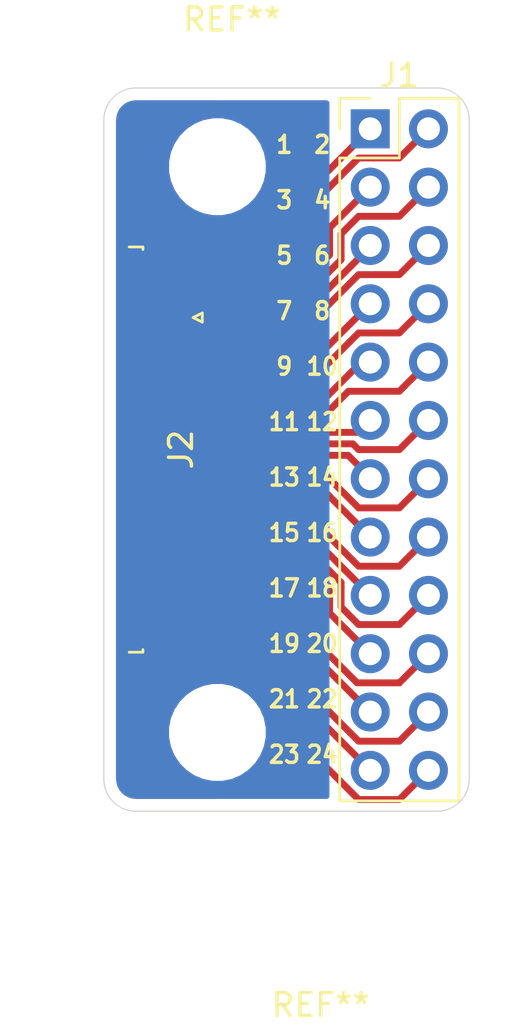
<source format=kicad_pcb>
(kicad_pcb (version 20171130) (host pcbnew "(5.1.6)-1")

  (general
    (thickness 1.6)
    (drawings 12)
    (tracks 99)
    (zones 0)
    (modules 4)
    (nets 26)
  )

  (page A4)
  (layers
    (0 F.Cu signal)
    (31 B.Cu signal)
    (32 B.Adhes user)
    (33 F.Adhes user)
    (34 B.Paste user)
    (35 F.Paste user)
    (36 B.SilkS user)
    (37 F.SilkS user)
    (38 B.Mask user)
    (39 F.Mask user)
    (40 Dwgs.User user)
    (41 Cmts.User user)
    (42 Eco1.User user)
    (43 Eco2.User user)
    (44 Edge.Cuts user)
    (45 Margin user)
    (46 B.CrtYd user)
    (47 F.CrtYd user)
    (48 B.Fab user)
    (49 F.Fab user)
  )

  (setup
    (last_trace_width 0.3)
    (user_trace_width 0.3)
    (trace_clearance 0.2)
    (zone_clearance 0.508)
    (zone_45_only no)
    (trace_min 0.2)
    (via_size 0.8)
    (via_drill 0.4)
    (via_min_size 0.4)
    (via_min_drill 0.3)
    (uvia_size 0.3)
    (uvia_drill 0.1)
    (uvias_allowed no)
    (uvia_min_size 0.2)
    (uvia_min_drill 0.1)
    (edge_width 0.05)
    (segment_width 0.2)
    (pcb_text_width 0.3)
    (pcb_text_size 1.5 1.5)
    (mod_edge_width 0.12)
    (mod_text_size 1 1)
    (mod_text_width 0.15)
    (pad_size 1.524 1.524)
    (pad_drill 0.762)
    (pad_to_mask_clearance 0.05)
    (aux_axis_origin 0 0)
    (visible_elements FFFFFF7F)
    (pcbplotparams
      (layerselection 0x010fc_ffffffff)
      (usegerberextensions false)
      (usegerberattributes true)
      (usegerberadvancedattributes true)
      (creategerberjobfile true)
      (excludeedgelayer true)
      (linewidth 0.100000)
      (plotframeref false)
      (viasonmask false)
      (mode 1)
      (useauxorigin false)
      (hpglpennumber 1)
      (hpglpenspeed 20)
      (hpglpendiameter 15.000000)
      (psnegative false)
      (psa4output false)
      (plotreference true)
      (plotvalue true)
      (plotinvisibletext false)
      (padsonsilk false)
      (subtractmaskfromsilk false)
      (outputformat 1)
      (mirror false)
      (drillshape 1)
      (scaleselection 1)
      (outputdirectory ""))
  )

  (net 0 "")
  (net 1 "Net-(J1-Pad24)")
  (net 2 "Net-(J1-Pad23)")
  (net 3 "Net-(J1-Pad22)")
  (net 4 "Net-(J1-Pad21)")
  (net 5 "Net-(J1-Pad20)")
  (net 6 "Net-(J1-Pad19)")
  (net 7 "Net-(J1-Pad18)")
  (net 8 "Net-(J1-Pad17)")
  (net 9 "Net-(J1-Pad16)")
  (net 10 "Net-(J1-Pad15)")
  (net 11 "Net-(J1-Pad14)")
  (net 12 "Net-(J1-Pad13)")
  (net 13 "Net-(J1-Pad12)")
  (net 14 "Net-(J1-Pad11)")
  (net 15 "Net-(J1-Pad10)")
  (net 16 "Net-(J1-Pad9)")
  (net 17 "Net-(J1-Pad8)")
  (net 18 "Net-(J1-Pad7)")
  (net 19 "Net-(J1-Pad6)")
  (net 20 "Net-(J1-Pad5)")
  (net 21 "Net-(J1-Pad4)")
  (net 22 "Net-(J1-Pad3)")
  (net 23 "Net-(J1-Pad2)")
  (net 24 "Net-(J1-Pad1)")
  (net 25 GND)

  (net_class Default "This is the default net class."
    (clearance 0.2)
    (trace_width 0.25)
    (via_dia 0.8)
    (via_drill 0.4)
    (uvia_dia 0.3)
    (uvia_drill 0.1)
    (add_net GND)
    (add_net "Net-(J1-Pad1)")
    (add_net "Net-(J1-Pad10)")
    (add_net "Net-(J1-Pad11)")
    (add_net "Net-(J1-Pad12)")
    (add_net "Net-(J1-Pad13)")
    (add_net "Net-(J1-Pad14)")
    (add_net "Net-(J1-Pad15)")
    (add_net "Net-(J1-Pad16)")
    (add_net "Net-(J1-Pad17)")
    (add_net "Net-(J1-Pad18)")
    (add_net "Net-(J1-Pad19)")
    (add_net "Net-(J1-Pad2)")
    (add_net "Net-(J1-Pad20)")
    (add_net "Net-(J1-Pad21)")
    (add_net "Net-(J1-Pad22)")
    (add_net "Net-(J1-Pad23)")
    (add_net "Net-(J1-Pad24)")
    (add_net "Net-(J1-Pad3)")
    (add_net "Net-(J1-Pad4)")
    (add_net "Net-(J1-Pad5)")
    (add_net "Net-(J1-Pad6)")
    (add_net "Net-(J1-Pad7)")
    (add_net "Net-(J1-Pad8)")
    (add_net "Net-(J1-Pad9)")
  )

  (module MountingHole:MountingHole_3.2mm_M3 (layer F.Cu) (tedit 56D1B4CB) (tstamp 6037D469)
    (at 135.382 113.284)
    (descr "Mounting Hole 3.2mm, no annular, M3")
    (tags "mounting hole 3.2mm no annular m3")
    (attr virtual)
    (fp_text reference REF** (at 4.5085 11.8745) (layer F.SilkS)
      (effects (font (size 1 1) (thickness 0.15)))
    )
    (fp_text value MountingHole_3.2mm_M3 (at 0 4.2) (layer F.Fab)
      (effects (font (size 1 1) (thickness 0.15)))
    )
    (fp_text user %R (at 0.3 0) (layer F.Fab)
      (effects (font (size 1 1) (thickness 0.15)))
    )
    (fp_circle (center 0 0) (end 3.2 0) (layer Cmts.User) (width 0.15))
    (fp_circle (center 0 0) (end 3.45 0) (layer F.CrtYd) (width 0.05))
    (pad 1 np_thru_hole circle (at 0 0) (size 3.2 3.2) (drill 3.2) (layers *.Cu *.Mask))
  )

  (module MountingHole:MountingHole_3.2mm_M3 (layer F.Cu) (tedit 56D1B4CB) (tstamp 6037D44C)
    (at 135.382 88.646)
    (descr "Mounting Hole 3.2mm, no annular, M3")
    (tags "mounting hole 3.2mm no annular m3")
    (attr virtual)
    (fp_text reference REF** (at 0.635 -6.4135) (layer F.SilkS)
      (effects (font (size 1 1) (thickness 0.15)))
    )
    (fp_text value MountingHole_3.2mm_M3 (at 0 4.2) (layer F.Fab)
      (effects (font (size 1 1) (thickness 0.15)))
    )
    (fp_text user %R (at 0.3 0) (layer F.Fab)
      (effects (font (size 1 1) (thickness 0.15)))
    )
    (fp_circle (center 0 0) (end 3.2 0) (layer Cmts.User) (width 0.15))
    (fp_circle (center 0 0) (end 3.45 0) (layer F.CrtYd) (width 0.05))
    (pad 1 np_thru_hole circle (at 0 0) (size 3.2 3.2) (drill 3.2) (layers *.Cu *.Mask))
  )

  (module Connector_FFC-FPC:TE_2-1734839-4_1x24-1MP_P0.5mm_Horizontal (layer F.Cu) (tedit 5DB5C65C) (tstamp 6037D1E0)
    (at 134.1755 100.965 270)
    (descr "TE FPC connector, 24 top-side contacts, 0.5mm pitch, SMT, https://www.te.com/commerce/DocumentDelivery/DDEController?Action=showdoc&DocId=Customer+Drawing%7F1734839%7FC%7Fpdf%7FEnglish%7FENG_CD_1734839_C_C_1734839.pdf%7F4-1734839-0")
    (tags "te fpc 1734839")
    (path /60376446)
    (attr smd)
    (fp_text reference J2 (at 0 0.381 90) (layer F.SilkS)
      (effects (font (size 1 1) (thickness 0.15)))
    )
    (fp_text value Conn_01x24_MountingPin (at 0 3.25 90) (layer Dwgs.User)
      (effects (font (size 0.5 0.5) (thickness 0.08)))
    )
    (fp_text user %R (at 0 1.55 90) (layer F.Fab)
      (effects (font (size 1 1) (thickness 0.15)))
    )
    (fp_line (start -8.06 -0.65) (end 8.06 -0.65) (layer F.Fab) (width 0.1))
    (fp_line (start 8.06 -0.65) (end 8.06 2.15) (layer F.Fab) (width 0.1))
    (fp_line (start 8.06 2.15) (end 8.715 2.15) (layer F.Fab) (width 0.1))
    (fp_line (start 8.715 2.15) (end 8.715 3.75) (layer F.Fab) (width 0.1))
    (fp_line (start 8.715 3.75) (end -8.715 3.75) (layer F.Fab) (width 0.1))
    (fp_line (start -8.715 3.75) (end -8.715 2.15) (layer F.Fab) (width 0.1))
    (fp_line (start -8.715 2.15) (end -8.06 2.15) (layer F.Fab) (width 0.1))
    (fp_line (start -8.06 2.15) (end -8.06 -0.65) (layer F.Fab) (width 0.1))
    (fp_line (start -6.15 -0.65) (end -5.75 0.15) (layer F.Fab) (width 0.1))
    (fp_line (start -5.75 0.15) (end -5.35 -0.65) (layer F.Fab) (width 0.1))
    (fp_line (start -8.715 2.04) (end -8.825 2.04) (layer F.SilkS) (width 0.12))
    (fp_line (start -8.825 2.04) (end -8.825 2.64) (layer F.SilkS) (width 0.12))
    (fp_line (start 8.715 2.04) (end 8.825 2.04) (layer F.SilkS) (width 0.12))
    (fp_line (start 8.825 2.04) (end 8.825 2.64) (layer F.SilkS) (width 0.12))
    (fp_line (start -5.95 -0.55) (end -5.75 -0.15) (layer F.SilkS) (width 0.12))
    (fp_line (start -5.75 -0.15) (end -5.55 -0.55) (layer F.SilkS) (width 0.12))
    (fp_line (start -5.55 -0.55) (end -5.95 -0.55) (layer F.SilkS) (width 0.12))
    (fp_line (start 8.605 2.75) (end -8.605 2.75) (layer Dwgs.User) (width 0.1))
    (fp_line (start -9.22 -2.4) (end -9.22 4.25) (layer F.CrtYd) (width 0.05))
    (fp_line (start -9.22 4.25) (end 9.22 4.25) (layer F.CrtYd) (width 0.05))
    (fp_line (start 9.22 4.25) (end 9.22 -2.4) (layer F.CrtYd) (width 0.05))
    (fp_line (start 9.22 -2.4) (end -9.22 -2.4) (layer F.CrtYd) (width 0.05))
    (pad MP smd rect (at 7.42 0.35 270) (size 2.3 3.1) (layers F.Cu F.Paste F.Mask)
      (net 25 GND))
    (pad MP smd rect (at -7.42 0.35 270) (size 2.3 3.1) (layers F.Cu F.Paste F.Mask)
      (net 25 GND))
    (pad 24 smd rect (at 5.75 -1.35 270) (size 0.3 1.1) (layers F.Cu F.Paste F.Mask)
      (net 1 "Net-(J1-Pad24)"))
    (pad 23 smd rect (at 5.25 -1.35 270) (size 0.3 1.1) (layers F.Cu F.Paste F.Mask)
      (net 2 "Net-(J1-Pad23)"))
    (pad 22 smd rect (at 4.75 -1.35 270) (size 0.3 1.1) (layers F.Cu F.Paste F.Mask)
      (net 3 "Net-(J1-Pad22)"))
    (pad 21 smd rect (at 4.25 -1.35 270) (size 0.3 1.1) (layers F.Cu F.Paste F.Mask)
      (net 4 "Net-(J1-Pad21)"))
    (pad 20 smd rect (at 3.75 -1.35 270) (size 0.3 1.1) (layers F.Cu F.Paste F.Mask)
      (net 5 "Net-(J1-Pad20)"))
    (pad 19 smd rect (at 3.25 -1.35 270) (size 0.3 1.1) (layers F.Cu F.Paste F.Mask)
      (net 6 "Net-(J1-Pad19)"))
    (pad 18 smd rect (at 2.75 -1.35 270) (size 0.3 1.1) (layers F.Cu F.Paste F.Mask)
      (net 7 "Net-(J1-Pad18)"))
    (pad 17 smd rect (at 2.25 -1.35 270) (size 0.3 1.1) (layers F.Cu F.Paste F.Mask)
      (net 8 "Net-(J1-Pad17)"))
    (pad 16 smd rect (at 1.75 -1.35 270) (size 0.3 1.1) (layers F.Cu F.Paste F.Mask)
      (net 9 "Net-(J1-Pad16)"))
    (pad 15 smd rect (at 1.25 -1.35 270) (size 0.3 1.1) (layers F.Cu F.Paste F.Mask)
      (net 10 "Net-(J1-Pad15)"))
    (pad 14 smd rect (at 0.75 -1.35 270) (size 0.3 1.1) (layers F.Cu F.Paste F.Mask)
      (net 11 "Net-(J1-Pad14)"))
    (pad 13 smd rect (at 0.25 -1.35 270) (size 0.3 1.1) (layers F.Cu F.Paste F.Mask)
      (net 12 "Net-(J1-Pad13)"))
    (pad 12 smd rect (at -0.25 -1.35 270) (size 0.3 1.1) (layers F.Cu F.Paste F.Mask)
      (net 13 "Net-(J1-Pad12)"))
    (pad 11 smd rect (at -0.75 -1.35 270) (size 0.3 1.1) (layers F.Cu F.Paste F.Mask)
      (net 14 "Net-(J1-Pad11)"))
    (pad 10 smd rect (at -1.25 -1.35 270) (size 0.3 1.1) (layers F.Cu F.Paste F.Mask)
      (net 15 "Net-(J1-Pad10)"))
    (pad 9 smd rect (at -1.75 -1.35 270) (size 0.3 1.1) (layers F.Cu F.Paste F.Mask)
      (net 16 "Net-(J1-Pad9)"))
    (pad 8 smd rect (at -2.25 -1.35 270) (size 0.3 1.1) (layers F.Cu F.Paste F.Mask)
      (net 17 "Net-(J1-Pad8)"))
    (pad 7 smd rect (at -2.75 -1.35 270) (size 0.3 1.1) (layers F.Cu F.Paste F.Mask)
      (net 18 "Net-(J1-Pad7)"))
    (pad 6 smd rect (at -3.25 -1.35 270) (size 0.3 1.1) (layers F.Cu F.Paste F.Mask)
      (net 19 "Net-(J1-Pad6)"))
    (pad 5 smd rect (at -3.75 -1.35 270) (size 0.3 1.1) (layers F.Cu F.Paste F.Mask)
      (net 20 "Net-(J1-Pad5)"))
    (pad 4 smd rect (at -4.25 -1.35 270) (size 0.3 1.1) (layers F.Cu F.Paste F.Mask)
      (net 21 "Net-(J1-Pad4)"))
    (pad 3 smd rect (at -4.75 -1.35 270) (size 0.3 1.1) (layers F.Cu F.Paste F.Mask)
      (net 22 "Net-(J1-Pad3)"))
    (pad 2 smd rect (at -5.25 -1.35 270) (size 0.3 1.1) (layers F.Cu F.Paste F.Mask)
      (net 23 "Net-(J1-Pad2)"))
    (pad 1 smd rect (at -5.75 -1.35 270) (size 0.3 1.1) (layers F.Cu F.Paste F.Mask)
      (net 24 "Net-(J1-Pad1)"))
    (model ${KISYS3DMOD}/Connector_FFC-FPC.3dshapes/TE_2-1734839-4_1x24-1MP_P0.5mm_Horizontal.wrl
      (at (xyz 0 0 0))
      (scale (xyz 1 1 1))
      (rotate (xyz 0 0 0))
    )
  )

  (module Connector_PinHeader_2.54mm:PinHeader_2x12_P2.54mm_Vertical (layer F.Cu) (tedit 59FED5CC) (tstamp 6037C8CD)
    (at 142.0495 86.995)
    (descr "Through hole straight pin header, 2x12, 2.54mm pitch, double rows")
    (tags "Through hole pin header THT 2x12 2.54mm double row")
    (path /60376E02)
    (fp_text reference J1 (at 1.27 -2.33) (layer F.SilkS)
      (effects (font (size 1 1) (thickness 0.15)))
    )
    (fp_text value Conn_01x24 (at 1.27 30.27) (layer F.Fab)
      (effects (font (size 1 1) (thickness 0.15)))
    )
    (fp_text user %R (at 1.27 13.97 90) (layer F.Fab)
      (effects (font (size 1 1) (thickness 0.15)))
    )
    (fp_line (start 0 -1.27) (end 3.81 -1.27) (layer F.Fab) (width 0.1))
    (fp_line (start 3.81 -1.27) (end 3.81 29.21) (layer F.Fab) (width 0.1))
    (fp_line (start 3.81 29.21) (end -1.27 29.21) (layer F.Fab) (width 0.1))
    (fp_line (start -1.27 29.21) (end -1.27 0) (layer F.Fab) (width 0.1))
    (fp_line (start -1.27 0) (end 0 -1.27) (layer F.Fab) (width 0.1))
    (fp_line (start -1.33 29.27) (end 3.87 29.27) (layer F.SilkS) (width 0.12))
    (fp_line (start -1.33 1.27) (end -1.33 29.27) (layer F.SilkS) (width 0.12))
    (fp_line (start 3.87 -1.33) (end 3.87 29.27) (layer F.SilkS) (width 0.12))
    (fp_line (start -1.33 1.27) (end 1.27 1.27) (layer F.SilkS) (width 0.12))
    (fp_line (start 1.27 1.27) (end 1.27 -1.33) (layer F.SilkS) (width 0.12))
    (fp_line (start 1.27 -1.33) (end 3.87 -1.33) (layer F.SilkS) (width 0.12))
    (fp_line (start -1.33 0) (end -1.33 -1.33) (layer F.SilkS) (width 0.12))
    (fp_line (start -1.33 -1.33) (end 0 -1.33) (layer F.SilkS) (width 0.12))
    (fp_line (start -1.8 -1.8) (end -1.8 29.75) (layer F.CrtYd) (width 0.05))
    (fp_line (start -1.8 29.75) (end 4.35 29.75) (layer F.CrtYd) (width 0.05))
    (fp_line (start 4.35 29.75) (end 4.35 -1.8) (layer F.CrtYd) (width 0.05))
    (fp_line (start 4.35 -1.8) (end -1.8 -1.8) (layer F.CrtYd) (width 0.05))
    (pad 24 thru_hole oval (at 2.54 27.94) (size 1.7 1.7) (drill 1) (layers *.Cu *.Mask)
      (net 1 "Net-(J1-Pad24)"))
    (pad 23 thru_hole oval (at 0 27.94) (size 1.7 1.7) (drill 1) (layers *.Cu *.Mask)
      (net 2 "Net-(J1-Pad23)"))
    (pad 22 thru_hole oval (at 2.54 25.4) (size 1.7 1.7) (drill 1) (layers *.Cu *.Mask)
      (net 3 "Net-(J1-Pad22)"))
    (pad 21 thru_hole oval (at 0 25.4) (size 1.7 1.7) (drill 1) (layers *.Cu *.Mask)
      (net 4 "Net-(J1-Pad21)"))
    (pad 20 thru_hole oval (at 2.54 22.86) (size 1.7 1.7) (drill 1) (layers *.Cu *.Mask)
      (net 5 "Net-(J1-Pad20)"))
    (pad 19 thru_hole oval (at 0 22.86) (size 1.7 1.7) (drill 1) (layers *.Cu *.Mask)
      (net 6 "Net-(J1-Pad19)"))
    (pad 18 thru_hole oval (at 2.54 20.32) (size 1.7 1.7) (drill 1) (layers *.Cu *.Mask)
      (net 7 "Net-(J1-Pad18)"))
    (pad 17 thru_hole oval (at 0 20.32) (size 1.7 1.7) (drill 1) (layers *.Cu *.Mask)
      (net 8 "Net-(J1-Pad17)"))
    (pad 16 thru_hole oval (at 2.54 17.78) (size 1.7 1.7) (drill 1) (layers *.Cu *.Mask)
      (net 9 "Net-(J1-Pad16)"))
    (pad 15 thru_hole oval (at 0 17.78) (size 1.7 1.7) (drill 1) (layers *.Cu *.Mask)
      (net 10 "Net-(J1-Pad15)"))
    (pad 14 thru_hole oval (at 2.54 15.24) (size 1.7 1.7) (drill 1) (layers *.Cu *.Mask)
      (net 11 "Net-(J1-Pad14)"))
    (pad 13 thru_hole oval (at 0 15.24) (size 1.7 1.7) (drill 1) (layers *.Cu *.Mask)
      (net 12 "Net-(J1-Pad13)"))
    (pad 12 thru_hole oval (at 2.54 12.7) (size 1.7 1.7) (drill 1) (layers *.Cu *.Mask)
      (net 13 "Net-(J1-Pad12)"))
    (pad 11 thru_hole oval (at 0 12.7) (size 1.7 1.7) (drill 1) (layers *.Cu *.Mask)
      (net 14 "Net-(J1-Pad11)"))
    (pad 10 thru_hole oval (at 2.54 10.16) (size 1.7 1.7) (drill 1) (layers *.Cu *.Mask)
      (net 15 "Net-(J1-Pad10)"))
    (pad 9 thru_hole oval (at 0 10.16) (size 1.7 1.7) (drill 1) (layers *.Cu *.Mask)
      (net 16 "Net-(J1-Pad9)"))
    (pad 8 thru_hole oval (at 2.54 7.62) (size 1.7 1.7) (drill 1) (layers *.Cu *.Mask)
      (net 17 "Net-(J1-Pad8)"))
    (pad 7 thru_hole oval (at 0 7.62) (size 1.7 1.7) (drill 1) (layers *.Cu *.Mask)
      (net 18 "Net-(J1-Pad7)"))
    (pad 6 thru_hole oval (at 2.54 5.08) (size 1.7 1.7) (drill 1) (layers *.Cu *.Mask)
      (net 19 "Net-(J1-Pad6)"))
    (pad 5 thru_hole oval (at 0 5.08) (size 1.7 1.7) (drill 1) (layers *.Cu *.Mask)
      (net 20 "Net-(J1-Pad5)"))
    (pad 4 thru_hole oval (at 2.54 2.54) (size 1.7 1.7) (drill 1) (layers *.Cu *.Mask)
      (net 21 "Net-(J1-Pad4)"))
    (pad 3 thru_hole oval (at 0 2.54) (size 1.7 1.7) (drill 1) (layers *.Cu *.Mask)
      (net 22 "Net-(J1-Pad3)"))
    (pad 2 thru_hole oval (at 2.54 0) (size 1.7 1.7) (drill 1) (layers *.Cu *.Mask)
      (net 23 "Net-(J1-Pad2)"))
    (pad 1 thru_hole rect (at 0 0) (size 1.7 1.7) (drill 1) (layers *.Cu *.Mask)
      (net 24 "Net-(J1-Pad1)"))
    (model ${KISYS3DMOD}/Connector_PinHeader_2.54mm.3dshapes/PinHeader_2x12_P2.54mm_Vertical.wrl
      (at (xyz 0 0 0))
      (scale (xyz 1 1 1))
      (rotate (xyz 0 0 0))
    )
  )

  (gr_text SdtElectronics (at 135.382 100.965 90) (layer B.Mask) (tstamp 6037D63F)
    (effects (font (size 1.5 1.5) (thickness 0.3)) (justify mirror))
  )
  (gr_text "2\n\n4\n\n6\n\n8\n\n10\n\n12\n\n14\n\n16\n\n18\n\n20\n\n22\n\n24" (at 139.954 100.965) (layer F.SilkS) (tstamp 6037D476)
    (effects (font (size 0.75 0.7) (thickness 0.15)))
  )
  (gr_text "1\n\n3\n\n5\n\n7\n\n9\n\n11\n\n13\n\n15\n\n17\n\n19\n\n21\n\n23" (at 138.303 100.965) (layer F.SilkS) (tstamp 60378ED1)
    (effects (font (size 0.75 0.7) (thickness 0.15)))
  )
  (gr_text SdtElectronics (at 135.382 100.965 90) (layer B.Paste)
    (effects (font (size 1.5 1.5) (thickness 0.3)) (justify mirror))
  )
  (gr_line (start 144.9705 85.217) (end 131.826 85.217) (layer Edge.Cuts) (width 0.05) (tstamp 6037D2CA))
  (gr_arc (start 131.826 86.614) (end 131.826 85.217) (angle -90) (layer Edge.Cuts) (width 0.05) (tstamp 6037D2C9))
  (gr_line (start 130.429 115.316) (end 130.429 86.614) (layer Edge.Cuts) (width 0.05) (tstamp 6037D2C5))
  (gr_line (start 131.826 116.713) (end 144.9705 116.713) (layer Edge.Cuts) (width 0.05) (tstamp 6037D2C3))
  (gr_arc (start 131.826 115.316) (end 130.429 115.316) (angle -90) (layer Edge.Cuts) (width 0.05) (tstamp 6037D2BB))
  (gr_line (start 146.3675 115.316) (end 146.3675 86.614) (layer Edge.Cuts) (width 0.05) (tstamp 6037D2B8))
  (gr_arc (start 144.9705 115.316) (end 144.9705 116.713) (angle -90) (layer Edge.Cuts) (width 0.05) (tstamp 60376915))
  (gr_arc (start 144.9705 86.614) (end 146.3675 86.614) (angle -90) (layer Edge.Cuts) (width 0.05) (tstamp 60376915))

  (segment (start 143.3195 116.205) (end 144.5895 114.935) (width 0.3) (layer F.Cu) (net 1))
  (segment (start 136.4965 106.715) (end 137.77944 107.99794) (width 0.3) (layer F.Cu) (net 1))
  (segment (start 135.5255 106.715) (end 136.4965 106.715) (width 0.3) (layer F.Cu) (net 1))
  (segment (start 137.77944 107.99794) (end 137.77944 112.440942) (width 0.3) (layer F.Cu) (net 1))
  (segment (start 137.77944 112.440942) (end 141.543498 116.205) (width 0.3) (layer F.Cu) (net 1))
  (segment (start 141.543498 116.205) (end 143.3195 116.205) (width 0.3) (layer F.Cu) (net 1))
  (segment (start 135.5255 106.215) (end 136.70678 106.215) (width 0.3) (layer F.Cu) (net 2))
  (segment (start 138.27945 111.16495) (end 142.0495 114.935) (width 0.3) (layer F.Cu) (net 2))
  (segment (start 138.27945 107.78767) (end 138.27945 111.16495) (width 0.3) (layer F.Cu) (net 2))
  (segment (start 136.70678 106.215) (end 138.27945 107.78767) (width 0.3) (layer F.Cu) (net 2))
  (segment (start 135.5255 105.715) (end 136.9139 105.715) (width 0.3) (layer F.Cu) (net 3))
  (segment (start 138.77946 110.900962) (end 141.543498 113.665) (width 0.3) (layer F.Cu) (net 3))
  (segment (start 136.9139 105.715) (end 138.77946 107.58056) (width 0.3) (layer F.Cu) (net 3))
  (segment (start 138.77946 107.58056) (end 138.77946 110.900962) (width 0.3) (layer F.Cu) (net 3))
  (segment (start 143.3195 113.665) (end 144.5895 112.395) (width 0.3) (layer F.Cu) (net 3))
  (segment (start 141.543498 113.665) (end 143.3195 113.665) (width 0.3) (layer F.Cu) (net 3))
  (segment (start 135.5255 105.215) (end 137.12102 105.215) (width 0.3) (layer F.Cu) (net 4))
  (segment (start 142.04088 112.395) (end 142.0495 112.395) (width 0.3) (layer F.Cu) (net 4))
  (segment (start 139.27947 109.63359) (end 142.04088 112.395) (width 0.3) (layer F.Cu) (net 4))
  (segment (start 139.27947 107.37345) (end 139.27947 109.63359) (width 0.3) (layer F.Cu) (net 4))
  (segment (start 137.12102 105.215) (end 139.27947 107.37345) (width 0.3) (layer F.Cu) (net 4))
  (segment (start 135.5255 104.715) (end 137.32814 104.715) (width 0.3) (layer F.Cu) (net 5))
  (segment (start 139.77948 109.42648) (end 141.478 111.125) (width 0.3) (layer F.Cu) (net 5))
  (segment (start 137.32814 104.715) (end 139.77948 107.16634) (width 0.3) (layer F.Cu) (net 5))
  (segment (start 139.77948 107.16634) (end 139.77948 109.42648) (width 0.3) (layer F.Cu) (net 5))
  (segment (start 143.3195 111.125) (end 144.5895 109.855) (width 0.3) (layer F.Cu) (net 5))
  (segment (start 141.478 111.125) (end 143.3195 111.125) (width 0.3) (layer F.Cu) (net 5))
  (segment (start 135.5255 104.215) (end 137.53526 104.215) (width 0.3) (layer F.Cu) (net 6))
  (segment (start 140.27949 108.08499) (end 142.0495 109.855) (width 0.3) (layer F.Cu) (net 6))
  (segment (start 140.27949 106.95923) (end 140.27949 108.08499) (width 0.3) (layer F.Cu) (net 6))
  (segment (start 137.53526 104.215) (end 140.27949 106.95923) (width 0.3) (layer F.Cu) (net 6))
  (segment (start 143.3195 108.585) (end 144.5895 107.315) (width 0.3) (layer F.Cu) (net 7))
  (segment (start 137.74238 103.715) (end 140.7795 106.75212) (width 0.3) (layer F.Cu) (net 7))
  (segment (start 135.5255 103.715) (end 137.74238 103.715) (width 0.3) (layer F.Cu) (net 7))
  (segment (start 141.543498 108.585) (end 143.3195 108.585) (width 0.3) (layer F.Cu) (net 7))
  (segment (start 140.7795 106.75212) (end 140.7795 107.821002) (width 0.3) (layer F.Cu) (net 7))
  (segment (start 140.7795 107.821002) (end 141.543498 108.585) (width 0.3) (layer F.Cu) (net 7))
  (segment (start 137.9495 103.215) (end 142.0495 107.315) (width 0.3) (layer F.Cu) (net 8))
  (segment (start 135.5255 103.215) (end 137.9495 103.215) (width 0.3) (layer F.Cu) (net 8))
  (segment (start 138.213498 102.715) (end 141.543498 106.045) (width 0.3) (layer F.Cu) (net 9))
  (segment (start 135.5255 102.715) (end 138.213498 102.715) (width 0.3) (layer F.Cu) (net 9))
  (segment (start 143.3195 106.045) (end 144.5895 104.775) (width 0.3) (layer F.Cu) (net 9))
  (segment (start 141.543498 106.045) (end 143.3195 106.045) (width 0.3) (layer F.Cu) (net 9))
  (segment (start 139.4895 102.215) (end 142.0495 104.775) (width 0.3) (layer F.Cu) (net 10))
  (segment (start 135.5255 102.215) (end 139.4895 102.215) (width 0.3) (layer F.Cu) (net 10))
  (segment (start 141.543498 103.505) (end 143.3195 103.505) (width 0.3) (layer F.Cu) (net 11))
  (segment (start 135.5255 101.715) (end 139.753498 101.715) (width 0.3) (layer F.Cu) (net 11))
  (segment (start 143.3195 103.505) (end 144.5895 102.235) (width 0.3) (layer F.Cu) (net 11))
  (segment (start 139.753498 101.715) (end 141.543498 103.505) (width 0.3) (layer F.Cu) (net 11))
  (segment (start 142.0495 102.178122) (end 142.0495 102.235) (width 0.3) (layer F.Cu) (net 12))
  (segment (start 141.086378 101.215) (end 142.0495 102.178122) (width 0.3) (layer F.Cu) (net 12))
  (segment (start 135.5255 101.215) (end 141.086378 101.215) (width 0.3) (layer F.Cu) (net 12))
  (segment (start 143.3195 100.965) (end 144.5895 99.695) (width 0.3) (layer F.Cu) (net 13))
  (segment (start 141.543498 100.965) (end 143.3195 100.965) (width 0.3) (layer F.Cu) (net 13))
  (segment (start 135.5255 100.715) (end 141.293498 100.715) (width 0.3) (layer F.Cu) (net 13))
  (segment (start 141.293498 100.715) (end 141.543498 100.965) (width 0.3) (layer F.Cu) (net 13))
  (segment (start 141.5295 100.215) (end 142.0495 99.695) (width 0.3) (layer F.Cu) (net 14))
  (segment (start 135.5255 100.215) (end 141.5295 100.215) (width 0.3) (layer F.Cu) (net 14))
  (segment (start 143.3195 98.425) (end 144.5895 97.155) (width 0.3) (layer F.Cu) (net 15))
  (segment (start 135.5255 99.715) (end 139.807 99.715) (width 0.3) (layer F.Cu) (net 15))
  (segment (start 141.097 98.425) (end 143.3195 98.425) (width 0.3) (layer F.Cu) (net 15))
  (segment (start 139.807 99.715) (end 141.097 98.425) (width 0.3) (layer F.Cu) (net 15))
  (segment (start 141.65988 97.155) (end 142.0495 97.155) (width 0.3) (layer F.Cu) (net 16))
  (segment (start 135.5255 99.215) (end 139.59988 99.215) (width 0.3) (layer F.Cu) (net 16))
  (segment (start 139.59988 99.215) (end 141.65988 97.155) (width 0.3) (layer F.Cu) (net 16))
  (segment (start 143.3195 95.885) (end 144.5895 94.615) (width 0.3) (layer F.Cu) (net 17))
  (segment (start 141.543498 95.885) (end 143.3195 95.885) (width 0.3) (layer F.Cu) (net 17))
  (segment (start 135.5255 98.715) (end 138.713498 98.715) (width 0.3) (layer F.Cu) (net 17))
  (segment (start 138.713498 98.715) (end 141.543498 95.885) (width 0.3) (layer F.Cu) (net 17))
  (segment (start 138.4495 98.215) (end 142.0495 94.615) (width 0.3) (layer F.Cu) (net 18))
  (segment (start 135.5255 98.215) (end 138.4495 98.215) (width 0.3) (layer F.Cu) (net 18))
  (segment (start 135.5255 97.715) (end 137.173498 97.715) (width 0.3) (layer F.Cu) (net 19))
  (segment (start 143.3195 93.345) (end 144.5895 92.075) (width 0.3) (layer F.Cu) (net 19))
  (segment (start 141.543498 93.345) (end 143.3195 93.345) (width 0.3) (layer F.Cu) (net 19))
  (segment (start 137.173498 97.715) (end 141.543498 93.345) (width 0.3) (layer F.Cu) (net 19))
  (segment (start 142.0495 92.131878) (end 142.0495 92.075) (width 0.3) (layer F.Cu) (net 20))
  (segment (start 135.5255 97.215) (end 136.966378 97.215) (width 0.3) (layer F.Cu) (net 20))
  (segment (start 136.966378 97.215) (end 142.0495 92.131878) (width 0.3) (layer F.Cu) (net 20))
  (segment (start 143.3195 90.805) (end 144.5895 89.535) (width 0.3) (layer F.Cu) (net 21))
  (segment (start 136.759258 96.715) (end 140.7795 92.694758) (width 0.3) (layer F.Cu) (net 21))
  (segment (start 135.5255 96.715) (end 136.759258 96.715) (width 0.3) (layer F.Cu) (net 21))
  (segment (start 140.7795 92.694758) (end 140.7795 91.568998) (width 0.3) (layer F.Cu) (net 21))
  (segment (start 140.7795 91.568998) (end 141.543498 90.805) (width 0.3) (layer F.Cu) (net 21))
  (segment (start 141.543498 90.805) (end 143.3195 90.805) (width 0.3) (layer F.Cu) (net 21))
  (segment (start 142.0495 89.591878) (end 142.0495 89.535) (width 0.3) (layer F.Cu) (net 22))
  (segment (start 140.27949 91.30501) (end 142.0495 89.535) (width 0.3) (layer F.Cu) (net 22))
  (segment (start 140.27949 92.487648) (end 140.27949 91.30501) (width 0.3) (layer F.Cu) (net 22))
  (segment (start 135.5255 96.215) (end 136.552138 96.215) (width 0.3) (layer F.Cu) (net 22))
  (segment (start 136.552138 96.215) (end 140.27949 92.487648) (width 0.3) (layer F.Cu) (net 22))
  (segment (start 143.3195 88.265) (end 144.5895 86.995) (width 0.3) (layer F.Cu) (net 23))
  (segment (start 136.345018 95.715) (end 139.77948 92.280538) (width 0.3) (layer F.Cu) (net 23))
  (segment (start 135.5255 95.715) (end 136.345018 95.715) (width 0.3) (layer F.Cu) (net 23))
  (segment (start 139.77948 92.280538) (end 139.77948 90.02702) (width 0.3) (layer F.Cu) (net 23))
  (segment (start 139.77948 90.02702) (end 141.5415 88.265) (width 0.3) (layer F.Cu) (net 23))
  (segment (start 141.5415 88.265) (end 143.3195 88.265) (width 0.3) (layer F.Cu) (net 23))
  (segment (start 139.27947 89.76503) (end 142.0495 86.995) (width 0.3) (layer F.Cu) (net 24))
  (segment (start 135.5255 95.215) (end 136.137898 95.215) (width 0.3) (layer F.Cu) (net 24))
  (segment (start 139.27947 92.073428) (end 139.27947 89.76503) (width 0.3) (layer F.Cu) (net 24))
  (segment (start 136.137898 95.215) (end 139.27947 92.073428) (width 0.3) (layer F.Cu) (net 24))

  (zone (net 0) (net_name "") (layer B.Cu) (tstamp 0) (hatch edge 0.508)
    (connect_pads (clearance 0.508))
    (min_thickness 0.254)
    (fill yes (arc_segments 32) (thermal_gap 0.508) (thermal_bridge_width 0.508))
    (polygon
      (pts
        (xy 140.2715 116.713) (xy 130.429 116.713) (xy 130.429 85.217) (xy 140.2715 85.217)
      )
    )
    (filled_polygon
      (pts
        (xy 140.1445 116.053) (xy 131.858279 116.053) (xy 131.683463 116.035859) (xy 131.546355 115.994464) (xy 131.419905 115.927229)
        (xy 131.308914 115.836707) (xy 131.217623 115.726354) (xy 131.149503 115.600371) (xy 131.107154 115.463563) (xy 131.089 115.290836)
        (xy 131.089 113.063872) (xy 133.147 113.063872) (xy 133.147 113.504128) (xy 133.23289 113.935925) (xy 133.401369 114.342669)
        (xy 133.645962 114.708729) (xy 133.957271 115.020038) (xy 134.323331 115.264631) (xy 134.730075 115.43311) (xy 135.161872 115.519)
        (xy 135.602128 115.519) (xy 136.033925 115.43311) (xy 136.440669 115.264631) (xy 136.806729 115.020038) (xy 137.118038 114.708729)
        (xy 137.362631 114.342669) (xy 137.53111 113.935925) (xy 137.617 113.504128) (xy 137.617 113.063872) (xy 137.53111 112.632075)
        (xy 137.362631 112.225331) (xy 137.118038 111.859271) (xy 136.806729 111.547962) (xy 136.440669 111.303369) (xy 136.033925 111.13489)
        (xy 135.602128 111.049) (xy 135.161872 111.049) (xy 134.730075 111.13489) (xy 134.323331 111.303369) (xy 133.957271 111.547962)
        (xy 133.645962 111.859271) (xy 133.401369 112.225331) (xy 133.23289 112.632075) (xy 133.147 113.063872) (xy 131.089 113.063872)
        (xy 131.089 88.425872) (xy 133.147 88.425872) (xy 133.147 88.866128) (xy 133.23289 89.297925) (xy 133.401369 89.704669)
        (xy 133.645962 90.070729) (xy 133.957271 90.382038) (xy 134.323331 90.626631) (xy 134.730075 90.79511) (xy 135.161872 90.881)
        (xy 135.602128 90.881) (xy 136.033925 90.79511) (xy 136.440669 90.626631) (xy 136.806729 90.382038) (xy 137.118038 90.070729)
        (xy 137.362631 89.704669) (xy 137.53111 89.297925) (xy 137.617 88.866128) (xy 137.617 88.425872) (xy 137.53111 87.994075)
        (xy 137.362631 87.587331) (xy 137.118038 87.221271) (xy 136.806729 86.909962) (xy 136.440669 86.665369) (xy 136.033925 86.49689)
        (xy 135.602128 86.411) (xy 135.161872 86.411) (xy 134.730075 86.49689) (xy 134.323331 86.665369) (xy 133.957271 86.909962)
        (xy 133.645962 87.221271) (xy 133.401369 87.587331) (xy 133.23289 87.994075) (xy 133.147 88.425872) (xy 131.089 88.425872)
        (xy 131.089 86.64628) (xy 131.106141 86.471463) (xy 131.147536 86.334356) (xy 131.214771 86.207905) (xy 131.305293 86.096914)
        (xy 131.415648 86.005622) (xy 131.54163 85.937503) (xy 131.678442 85.895153) (xy 131.851155 85.877) (xy 140.1445 85.877)
      )
    )
  )
  (zone (net 25) (net_name GND) (layer F.Cu) (tstamp 6037D620) (hatch edge 0.508)
    (connect_pads (clearance 0.508))
    (min_thickness 0.254)
    (fill yes (arc_segments 32) (thermal_gap 0.508) (thermal_bridge_width 0.508))
    (polygon
      (pts
        (xy 135.4455 116.713) (xy 130.429 116.713) (xy 130.429 85.217) (xy 135.4455 85.217)
      )
    )
    (filled_polygon
      (pts
        (xy 135.3185 86.411) (xy 135.161872 86.411) (xy 134.730075 86.49689) (xy 134.323331 86.665369) (xy 133.957271 86.909962)
        (xy 133.645962 87.221271) (xy 133.401369 87.587331) (xy 133.23289 87.994075) (xy 133.147 88.425872) (xy 133.147 88.866128)
        (xy 133.23289 89.297925) (xy 133.401369 89.704669) (xy 133.645962 90.070729) (xy 133.957271 90.382038) (xy 134.323331 90.626631)
        (xy 134.730075 90.79511) (xy 135.161872 90.881) (xy 135.3185 90.881) (xy 135.3185 91.757067) (xy 134.11125 91.76)
        (xy 133.9525 91.91875) (xy 133.9525 93.418) (xy 133.9725 93.418) (xy 133.9725 93.672) (xy 133.9525 93.672)
        (xy 133.9525 95.17125) (xy 134.11125 95.33) (xy 134.337428 95.33055) (xy 134.337428 95.365) (xy 134.347277 95.465)
        (xy 134.337428 95.565) (xy 134.337428 95.865) (xy 134.347277 95.965) (xy 134.337428 96.065) (xy 134.337428 96.365)
        (xy 134.347277 96.465) (xy 134.337428 96.565) (xy 134.337428 96.865) (xy 134.347277 96.965) (xy 134.337428 97.065)
        (xy 134.337428 97.365) (xy 134.347277 97.465) (xy 134.337428 97.565) (xy 134.337428 97.865) (xy 134.347277 97.965)
        (xy 134.337428 98.065) (xy 134.337428 98.365) (xy 134.347277 98.465) (xy 134.337428 98.565) (xy 134.337428 98.865)
        (xy 134.347277 98.965) (xy 134.337428 99.065) (xy 134.337428 99.365) (xy 134.347277 99.465) (xy 134.337428 99.565)
        (xy 134.337428 99.865) (xy 134.347277 99.965) (xy 134.337428 100.065) (xy 134.337428 100.365) (xy 134.347277 100.465)
        (xy 134.337428 100.565) (xy 134.337428 100.865) (xy 134.347277 100.965) (xy 134.337428 101.065) (xy 134.337428 101.365)
        (xy 134.347277 101.465) (xy 134.337428 101.565) (xy 134.337428 101.865) (xy 134.347277 101.965) (xy 134.337428 102.065)
        (xy 134.337428 102.365) (xy 134.347277 102.465) (xy 134.337428 102.565) (xy 134.337428 102.865) (xy 134.347277 102.965)
        (xy 134.337428 103.065) (xy 134.337428 103.365) (xy 134.347277 103.465) (xy 134.337428 103.565) (xy 134.337428 103.865)
        (xy 134.347277 103.965) (xy 134.337428 104.065) (xy 134.337428 104.365) (xy 134.347277 104.465) (xy 134.337428 104.565)
        (xy 134.337428 104.865) (xy 134.347277 104.965) (xy 134.337428 105.065) (xy 134.337428 105.365) (xy 134.347277 105.465)
        (xy 134.337428 105.565) (xy 134.337428 105.865) (xy 134.347277 105.965) (xy 134.337428 106.065) (xy 134.337428 106.365)
        (xy 134.347277 106.465) (xy 134.337428 106.565) (xy 134.337428 106.59945) (xy 134.11125 106.6) (xy 133.9525 106.75875)
        (xy 133.9525 108.258) (xy 133.9725 108.258) (xy 133.9725 108.512) (xy 133.9525 108.512) (xy 133.9525 110.01125)
        (xy 134.11125 110.17) (xy 135.3185 110.172933) (xy 135.3185 111.049) (xy 135.161872 111.049) (xy 134.730075 111.13489)
        (xy 134.323331 111.303369) (xy 133.957271 111.547962) (xy 133.645962 111.859271) (xy 133.401369 112.225331) (xy 133.23289 112.632075)
        (xy 133.147 113.063872) (xy 133.147 113.504128) (xy 133.23289 113.935925) (xy 133.401369 114.342669) (xy 133.645962 114.708729)
        (xy 133.957271 115.020038) (xy 134.323331 115.264631) (xy 134.730075 115.43311) (xy 135.161872 115.519) (xy 135.3185 115.519)
        (xy 135.3185 116.053) (xy 131.858279 116.053) (xy 131.683463 116.035859) (xy 131.546355 115.994464) (xy 131.419905 115.927229)
        (xy 131.308914 115.836707) (xy 131.217623 115.726354) (xy 131.149503 115.600371) (xy 131.107154 115.463563) (xy 131.089 115.290836)
        (xy 131.089 109.535) (xy 131.637428 109.535) (xy 131.649688 109.659482) (xy 131.685998 109.77918) (xy 131.744963 109.889494)
        (xy 131.824315 109.986185) (xy 131.921006 110.065537) (xy 132.03132 110.124502) (xy 132.151018 110.160812) (xy 132.2755 110.173072)
        (xy 133.53975 110.17) (xy 133.6985 110.01125) (xy 133.6985 108.512) (xy 131.79925 108.512) (xy 131.6405 108.67075)
        (xy 131.637428 109.535) (xy 131.089 109.535) (xy 131.089 107.235) (xy 131.637428 107.235) (xy 131.6405 108.09925)
        (xy 131.79925 108.258) (xy 133.6985 108.258) (xy 133.6985 106.75875) (xy 133.53975 106.6) (xy 132.2755 106.596928)
        (xy 132.151018 106.609188) (xy 132.03132 106.645498) (xy 131.921006 106.704463) (xy 131.824315 106.783815) (xy 131.744963 106.880506)
        (xy 131.685998 106.99082) (xy 131.649688 107.110518) (xy 131.637428 107.235) (xy 131.089 107.235) (xy 131.089 94.695)
        (xy 131.637428 94.695) (xy 131.649688 94.819482) (xy 131.685998 94.93918) (xy 131.744963 95.049494) (xy 131.824315 95.146185)
        (xy 131.921006 95.225537) (xy 132.03132 95.284502) (xy 132.151018 95.320812) (xy 132.2755 95.333072) (xy 133.53975 95.33)
        (xy 133.6985 95.17125) (xy 133.6985 93.672) (xy 131.79925 93.672) (xy 131.6405 93.83075) (xy 131.637428 94.695)
        (xy 131.089 94.695) (xy 131.089 92.395) (xy 131.637428 92.395) (xy 131.6405 93.25925) (xy 131.79925 93.418)
        (xy 133.6985 93.418) (xy 133.6985 91.91875) (xy 133.53975 91.76) (xy 132.2755 91.756928) (xy 132.151018 91.769188)
        (xy 132.03132 91.805498) (xy 131.921006 91.864463) (xy 131.824315 91.943815) (xy 131.744963 92.040506) (xy 131.685998 92.15082)
        (xy 131.649688 92.270518) (xy 131.637428 92.395) (xy 131.089 92.395) (xy 131.089 86.64628) (xy 131.106141 86.471463)
        (xy 131.147536 86.334356) (xy 131.214771 86.207905) (xy 131.305293 86.096914) (xy 131.415648 86.005622) (xy 131.54163 85.937503)
        (xy 131.678442 85.895153) (xy 131.851155 85.877) (xy 135.3185 85.877)
      )
    )
  )
)

</source>
